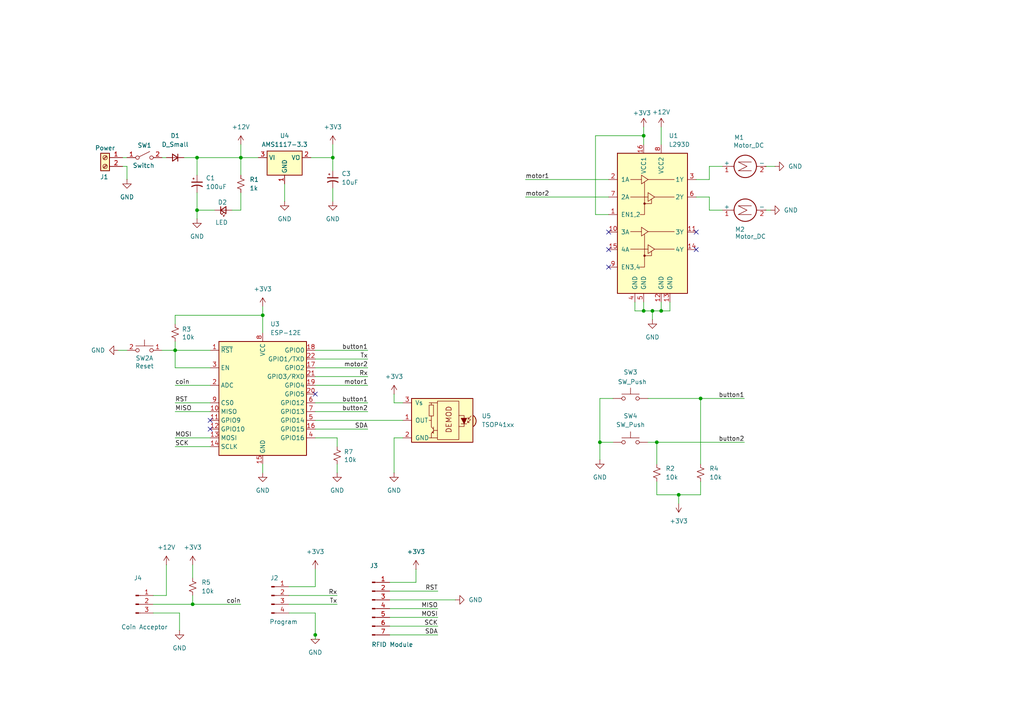
<source format=kicad_sch>
(kicad_sch (version 20231120) (generator "eeschema") (generator_version "8.0")
  (paper "A4")
  (title_block (title "SMART PAYMENT SYSTEM INTERGRATED WITH AN AUTOMATIC TEA/COFFEE MAKING MACHINE") (date "2024-04-15") (company "University of Dar es salaam (UDSM)"))
  (lib_symbols
    (symbol "Connector:Conn_01x03_Pin" (pin_names (offset 1.016) hide)
      (property "Reference" "J" (at 0 5.08 0))
      (property "Value" "Conn_01x03_Pin" (at 0 -5.08 0))
      (symbol "Conn_01x03_Pin_1_1"
        (polyline (pts (xy 1.27 -2.54) (xy 0.8636 -2.54)) (stroke (width 0.1524)))
        (polyline (pts (xy 1.27 0) (xy 0.8636 0)) (stroke (width 0.1524)))
        (polyline (pts (xy 1.27 2.54) (xy 0.8636 2.54)) (stroke (width 0.1524)))
        (rectangle (start 0.8636 -2.413) (end 0 -2.667) (stroke (width 0.1524)) (fill (type outline)))
        (rectangle (start 0.8636 0.127) (end 0 -0.127) (stroke (width 0.1524)) (fill (type outline)))
        (rectangle (start 0.8636 2.667) (end 0 2.413) (stroke (width 0.1524)) (fill (type outline)))
        (pin passive line (at 5.08 2.54 180) (length 3.81) (name "Pin_1") (number "1"))
        (pin passive line (at 5.08 0 180) (length 3.81) (name "Pin_2") (number "2"))
        (pin passive line (at 5.08 -2.54 180) (length 3.81) (name "Pin_3") (number "3"))
      )
    )
    (symbol "Connector:Conn_01x04_Pin" (pin_names (offset 1.016) hide)
      (property "Reference" "J" (at 0 5.08 0))
      (property "Value" "Conn_01x04_Pin" (at 0 -7.62 0))
      (symbol "Conn_01x04_Pin_1_1"
        (polyline (pts (xy 1.27 -5.08) (xy 0.8636 -5.08)) (stroke (width 0.1524)))
        (polyline (pts (xy 1.27 -2.54) (xy 0.8636 -2.54)) (stroke (width 0.1524)))
        (polyline (pts (xy 1.27 0) (xy 0.8636 0)) (stroke (width 0.1524)))
        (polyline (pts (xy 1.27 2.54) (xy 0.8636 2.54)) (stroke (width 0.1524)))
        (rectangle (start 0.8636 -4.953) (end 0 -5.207) (stroke (width 0.1524)) (fill (type outline)))
        (rectangle (start 0.8636 -2.413) (end 0 -2.667) (stroke (width 0.1524)) (fill (type outline)))
        (rectangle (start 0.8636 0.127) (end 0 -0.127) (stroke (width 0.1524)) (fill (type outline)))
        (rectangle (start 0.8636 2.667) (end 0 2.413) (stroke (width 0.1524)) (fill (type outline)))
        (pin passive line (at 5.08 2.54 180) (length 3.81) (name "Pin_1") (number "1"))
        (pin passive line (at 5.08 0 180) (length 3.81) (name "Pin_2") (number "2"))
        (pin passive line (at 5.08 -2.54 180) (length 3.81) (name "Pin_3") (number "3"))
        (pin passive line (at 5.08 -5.08 180) (length 3.81) (name "Pin_4") (number "4"))
      )
    )
    (symbol "Connector:Conn_01x07_Pin" (pin_names (offset 1.016) hide)
      (property "Reference" "J" (at 0 10.16 0))
      (property "Value" "Conn_01x07_Pin" (at 0 -10.16 0))
      (symbol "Conn_01x07_Pin_1_1"
        (polyline (pts (xy 1.27 -7.62) (xy 0.8636 -7.62)) (stroke (width 0.1524)))
        (polyline (pts (xy 1.27 -5.08) (xy 0.8636 -5.08)) (stroke (width 0.1524)))
        (polyline (pts (xy 1.27 -2.54) (xy 0.8636 -2.54)) (stroke (width 0.1524)))
        (polyline (pts (xy 1.27 0) (xy 0.8636 0)) (stroke (width 0.1524)))
        (polyline (pts (xy 1.27 2.54) (xy 0.8636 2.54)) (stroke (width 0.1524)))
        (polyline (pts (xy 1.27 5.08) (xy 0.8636 5.08)) (stroke (width 0.1524)))
        (polyline (pts (xy 1.27 7.62) (xy 0.8636 7.62)) (stroke (width 0.1524)))
        (rectangle (start 0.8636 -7.493) (end 0 -7.747) (stroke (width 0.1524)) (fill (type outline)))
        (rectangle (start 0.8636 -4.953) (end 0 -5.207) (stroke (width 0.1524)) (fill (type outline)))
        (rectangle (start 0.8636 -2.413) (end 0 -2.667) (stroke (width 0.1524)) (fill (type outline)))
        (rectangle (start 0.8636 0.127) (end 0 -0.127) (stroke (width 0.1524)) (fill (type outline)))
        (rectangle (start 0.8636 2.667) (end 0 2.413) (stroke (width 0.1524)) (fill (type outline)))
        (rectangle (start 0.8636 5.207) (end 0 4.953) (stroke (width 0.1524)) (fill (type outline)))
        (rectangle (start 0.8636 7.747) (end 0 7.493) (stroke (width 0.1524)) (fill (type outline)))
        (pin passive line (at 5.08 7.62 180) (length 3.81) (name "Pin_1") (number "1"))
        (pin passive line (at 5.08 5.08 180) (length 3.81) (name "Pin_2") (number "2"))
        (pin passive line (at 5.08 2.54 180) (length 3.81) (name "Pin_3") (number "3"))
        (pin passive line (at 5.08 0 180) (length 3.81) (name "Pin_4") (number "4"))
        (pin passive line (at 5.08 -2.54 180) (length 3.81) (name "Pin_5") (number "5"))
        (pin passive line (at 5.08 -5.08 180) (length 3.81) (name "Pin_6") (number "6"))
        (pin passive line (at 5.08 -7.62 180) (length 3.81) (name "Pin_7") (number "7"))
      )
    )
    (symbol "Connector:Screw_Terminal_01x02" (pin_names (offset 1.016) hide)
      (property "Reference" "J" (at 0 2.54 0))
      (property "Value" "Screw_Terminal_01x02" (at 0 -5.08 0))
      (symbol "Screw_Terminal_01x02_1_1"
        (rectangle (start -1.27 1.27) (end 1.27 -3.81) (stroke (width 0.254)) (fill (type background)))
        (circle (center 0 -2.54) (radius 0.635) (stroke (width 0.1524)))
        (polyline (pts (xy -0.5334 -2.2098) (xy 0.3302 -3.048)) (stroke (width 0.1524)))
        (polyline (pts (xy -0.5334 0.3302) (xy 0.3302 -0.508)) (stroke (width 0.1524)))
        (polyline (pts (xy -0.3556 -2.032) (xy 0.508 -2.8702)) (stroke (width 0.1524)))
        (polyline (pts (xy -0.3556 0.508) (xy 0.508 -0.3302)) (stroke (width 0.1524)))
        (circle (center 0 0) (radius 0.635) (stroke (width 0.1524)))
        (pin passive line (at -5.08 0 0) (length 3.81) (name "Pin_1") (number "1"))
        (pin passive line (at -5.08 -2.54 0) (length 3.81) (name "Pin_2") (number "2"))
      )
    )
    (symbol "Device:C_Polarized_Small_US" (pin_numbers hide) (pin_names (offset 0.254) hide)
      (property "Reference" "C" (at 0.254 1.778 0))
      (property "Value" "C_Polarized_Small_US" (at 0.254 -2.032 0))
      (symbol "C_Polarized_Small_US_0_1"
        (polyline (pts (xy -1.524 0.508) (xy 1.524 0.508)) (stroke (width 0.3048)))
        (polyline (pts (xy -1.27 1.524) (xy -0.762 1.524)))
        (polyline (pts (xy -1.016 1.27) (xy -1.016 1.778)))
        (arc (start 1.524 -0.762) (mid 0 -0.3734) (end -1.524 -0.762) (stroke (width 0.3048)))
      )
      (symbol "C_Polarized_Small_US_1_1"
        (pin passive line (at 0 2.54 270) (length 2.032) (name "~") (number "1"))
        (pin passive line (at 0 -2.54 90) (length 2.032) (name "~") (number "2"))
      )
    )
    (symbol "Device:D_Small" (pin_numbers hide) (pin_names (offset 0.254) hide)
      (property "Reference" "D" (at -1.27 2.032 0))
      (property "Value" "D_Small" (at -3.81 -2.032 0))
      (symbol "D_Small_0_1"
        (polyline (pts (xy -0.762 -1.016) (xy -0.762 1.016)) (stroke (width 0.254)))
        (polyline (pts (xy -0.762 0) (xy 0.762 0)))
        (polyline (pts (xy 0.762 -1.016) (xy -0.762 0) (xy 0.762 1.016) (xy 0.762 -1.016)) (stroke (width 0.254)))
      )
      (symbol "D_Small_1_1"
        (pin passive line (at -2.54 0 0) (length 1.778) (name "K") (number "1"))
        (pin passive line (at 2.54 0 180) (length 1.778) (name "A") (number "2"))
      )
    )
    (symbol "Device:LED_Small" (pin_numbers hide) (pin_names (offset 0.254) hide)
      (property "Reference" "D" (at -1.27 3.175 0))
      (property "Value" "LED_Small" (at -4.445 -2.54 0))
      (symbol "LED_Small_0_1"
        (polyline (pts (xy -0.762 -1.016) (xy -0.762 1.016)) (stroke (width 0.254)))
        (polyline (pts (xy 1.016 0) (xy -0.762 0)))
        (polyline (pts (xy 0.762 -1.016) (xy -0.762 0) (xy 0.762 1.016) (xy 0.762 -1.016)) (stroke (width 0.254)))
        (polyline (pts (xy 0 0.762) (xy -0.508 1.27) (xy -0.254 1.27) (xy -0.508 1.27) (xy -0.508 1.016)))
        (polyline (pts (xy 0.508 1.27) (xy 0 1.778) (xy 0.254 1.778) (xy 0 1.778) (xy 0 1.524)))
      )
      (symbol "LED_Small_1_1"
        (pin passive line (at -2.54 0 0) (length 1.778) (name "K") (number "1"))
        (pin passive line (at 2.54 0 180) (length 1.778) (name "A") (number "2"))
      )
    )
    (symbol "Device:R_Small_US" (pin_numbers hide) (pin_names (offset 0.254) hide)
      (property "Reference" "R" (at 0.762 0.508 0))
      (property "Value" "R_Small_US" (at 0.762 -1.016 0))
      (symbol "R_Small_US_1_1"
        (polyline (pts (xy 0 0) (xy 1.016 -0.381) (xy 0 -0.762) (xy -1.016 -1.143) (xy 0 -1.524)))
        (polyline (pts (xy 0 1.524) (xy 1.016 1.143) (xy 0 0.762) (xy -1.016 0.381) (xy 0 0)))
        (pin passive line (at 0 2.54 270) (length 1.016) (name "~") (number "1"))
        (pin passive line (at 0 -2.54 90) (length 1.016) (name "~") (number "2"))
      )
    )
    (symbol "Driver_Motor:L293D" (pin_names (offset 1.016))
      (property "Reference" "U" (at -5.08 26.035 0))
      (property "Value" "L293D" (at -5.08 24.13 0))
      (symbol "L293D_0_1"
        (rectangle (start -10.16 22.86) (end 10.16 -17.78) (stroke (width 0.254)) (fill (type background)))
        (circle (center -2.286 -6.858) (radius 0.254) (fill (type outline)))
        (circle (center -2.286 8.255) (radius 0.254) (fill (type outline)))
        (polyline (pts (xy -6.35 -4.953) (xy -1.27 -4.953)))
        (polyline (pts (xy -6.35 0.127) (xy -3.175 0.127)))
        (polyline (pts (xy -6.35 10.16) (xy -1.27 10.16)))
        (polyline (pts (xy -6.35 15.24) (xy -3.175 15.24)))
        (polyline (pts (xy -1.27 0.127) (xy 6.35 0.127)))
        (polyline (pts (xy -1.27 15.24) (xy 6.35 15.24)))
        (polyline (pts (xy 0.635 -4.953) (xy 6.35 -4.953)))
        (polyline (pts (xy 0.635 10.16) (xy 6.35 10.16)))
        (polyline (pts (xy -2.286 -6.858) (xy -0.254 -6.858) (xy -0.254 -5.588)))
        (polyline (pts (xy -2.286 -0.635) (xy -2.286 -10.16) (xy -3.556 -10.16)))
        (polyline (pts (xy -2.286 8.255) (xy -0.254 8.255) (xy -0.254 9.525)))
        (polyline (pts (xy -2.286 14.478) (xy -2.286 5.08) (xy -3.556 5.08)))
        (polyline (pts (xy -3.175 1.397) (xy -3.175 -1.143) (xy -1.27 0.127) (xy -3.175 1.397)))
        (polyline (pts (xy -3.175 16.51) (xy -3.175 13.97) (xy -1.27 15.24) (xy -3.175 16.51)))
        (polyline (pts (xy -1.27 -3.683) (xy -1.27 -6.223) (xy 0.635 -4.953) (xy -1.27 -3.683)))
        (polyline (pts (xy -1.27 11.43) (xy -1.27 8.89) (xy 0.635 10.16) (xy -1.27 11.43)))
      )
      (symbol "L293D_1_1"
        (pin input line (at -12.7 5.08 0) (length 2.54) (name "EN1,2") (number "1"))
        (pin input line (at -12.7 0 0) (length 2.54) (name "3A") (number "10"))
        (pin output line (at 12.7 0 180) (length 2.54) (name "3Y") (number "11"))
        (pin power_in line (at 2.54 -20.32 90) (length 2.54) (name "GND") (number "12"))
        (pin power_in line (at 5.08 -20.32 90) (length 2.54) (name "GND") (number "13"))
        (pin output line (at 12.7 -5.08 180) (length 2.54) (name "4Y") (number "14"))
        (pin input line (at -12.7 -5.08 0) (length 2.54) (name "4A") (number "15"))
        (pin power_in line (at -2.54 25.4 270) (length 2.54) (name "VCC1") (number "16"))
        (pin input line (at -12.7 15.24 0) (length 2.54) (name "1A") (number "2"))
        (pin output line (at 12.7 15.24 180) (length 2.54) (name "1Y") (number "3"))
        (pin power_in line (at -5.08 -20.32 90) (length 2.54) (name "GND") (number "4"))
        (pin power_in line (at -2.54 -20.32 90) (length 2.54) (name "GND") (number "5"))
        (pin output line (at 12.7 10.16 180) (length 2.54) (name "2Y") (number "6"))
        (pin input line (at -12.7 10.16 0) (length 2.54) (name "2A") (number "7"))
        (pin power_in line (at 2.54 25.4 270) (length 2.54) (name "VCC2") (number "8"))
        (pin input line (at -12.7 -10.16 0) (length 2.54) (name "EN3,4") (number "9"))
      )
    )
    (symbol "Interface_Optical:TSOP41xx" (pin_names (offset 1.016))
      (property "Reference" "U" (at -10.16 7.62 0))
      (property "Value" "TSOP41xx" (at -10.16 -7.62 0))
      (symbol "TSOP41xx_0_0"
        (arc (start -10.287 1.397) (mid -11.0899 -0.1852) (end -10.287 -1.778) (stroke (width 0.254)) (fill (type background)))
        (polyline (pts (xy 1.905 -5.08) (xy 0.127 -5.08)))
        (polyline (pts (xy 1.905 5.08) (xy 0.127 5.08)))
        (text "DEMOD" (at -3.175 0.254 900) (effects (font (size 1.524 1.524))))
      )
      (symbol "TSOP41xx_0_1"
        (rectangle (start -6.096 5.588) (end 0.127 -5.588))
        (polyline (pts (xy -8.763 0.381) (xy -9.652 1.27)))
        (polyline (pts (xy -8.763 0.381) (xy -9.271 0.381)))
        (polyline (pts (xy -8.763 0.381) (xy -8.763 0.889)))
        (polyline (pts (xy -8.636 -0.635) (xy -9.525 0.254)))
        (polyline (pts (xy -8.636 -0.635) (xy -9.144 -0.635)))
        (polyline (pts (xy -8.636 -0.635) (xy -8.636 -0.127)))
        (polyline (pts (xy -8.382 -1.016) (xy -6.731 -1.016)))
        (polyline (pts (xy 1.27 -2.921) (xy 0.127 -2.921)))
        (polyline (pts (xy 1.27 -1.905) (xy 1.27 -3.81)))
        (polyline (pts (xy 1.397 -3.556) (xy 1.524 -3.556)))
        (polyline (pts (xy 1.651 -3.556) (xy 1.524 -3.556)))
        (polyline (pts (xy 1.651 -3.556) (xy 1.651 -3.302)))
        (polyline (pts (xy 1.905 0) (xy 1.905 1.27)))
        (polyline (pts (xy 1.905 4.445) (xy 1.905 5.08) (xy 2.54 5.08)))
        (polyline (pts (xy -8.382 0.635) (xy -6.731 0.635) (xy -7.62 -1.016) (xy -8.382 0.635)) (fill (type outline)))
        (polyline (pts (xy -6.096 1.397) (xy -7.62 1.397) (xy -7.62 -1.778) (xy -6.096 -1.778)))
        (polyline (pts (xy 1.27 -3.175) (xy 1.905 -3.81) (xy 1.905 -5.08) (xy 2.54 -5.08)))
        (polyline (pts (xy 1.27 -2.54) (xy 1.905 -1.905) (xy 1.905 0) (xy 2.54 0)))
        (rectangle (start 2.54 1.27) (end 1.27 4.445))
        (rectangle (start 7.62 6.35) (end -10.16 -6.35) (stroke (width 0.254)) (fill (type background)))
      )
      (symbol "TSOP41xx_1_1"
        (pin output line (at 10.16 0 180) (length 2.54) (name "OUT") (number "1"))
        (pin power_in line (at 10.16 -5.08 180) (length 2.54) (name "GND") (number "2"))
        (pin power_in line (at 10.16 5.08 180) (length 2.54) (name "Vs") (number "3"))
      )
    )
    (symbol "Motor:Motor_DC" (pin_names (offset 0))
      (property "Reference" "M" (at 2.54 2.54 0))
      (property "Value" "Motor_DC" (at 2.54 -5.08 0))
      (symbol "Motor_DC_0_0"
        (polyline (pts (xy -1.27 -3.302) (xy -1.27 0.508) (xy 0 -2.032) (xy 1.27 0.508) (xy 1.27 -3.302)))
      )
      (symbol "Motor_DC_0_1"
        (circle (center 0 -1.524) (radius 3.2512) (stroke (width 0.254)))
        (polyline (pts (xy 0 -7.62) (xy 0 -7.112)))
        (polyline (pts (xy 0 -4.7752) (xy 0 -5.1816)))
        (polyline (pts (xy 0 1.7272) (xy 0 2.0828)))
        (polyline (pts (xy 0 2.032) (xy 0 2.54)))
      )
      (symbol "Motor_DC_1_1"
        (pin passive line (at 0 5.08 270) (length 2.54) (name "+") (number "1"))
        (pin passive line (at 0 -7.62 90) (length 2.54) (name "-") (number "2"))
      )
    )
    (symbol "RF_Module:ESP-12E"
      (property "Reference" "U" (at -12.7 19.05 0))
      (property "Value" "ESP-12E" (at 12.7 19.05 0))
      (symbol "ESP-12E_0_1"
        (rectangle (start -12.7 17.78) (end 12.7 -15.24) (stroke (width 0.254)) (fill (type background)))
      )
      (symbol "ESP-12E_1_1"
        (pin input line (at -15.24 15.24 0) (length 2.54) (name "~{RST}") (number "1"))
        (pin bidirectional line (at -15.24 -2.54 0) (length 2.54) (name "MISO") (number "10"))
        (pin bidirectional line (at -15.24 -5.08 0) (length 2.54) (name "GPIO9") (number "11"))
        (pin bidirectional line (at -15.24 -7.62 0) (length 2.54) (name "GPIO10") (number "12"))
        (pin bidirectional line (at -15.24 -10.16 0) (length 2.54) (name "MOSI") (number "13"))
        (pin bidirectional line (at -15.24 -12.7 0) (length 2.54) (name "SCLK") (number "14"))
        (pin power_in line (at 0 -17.78 90) (length 2.54) (name "GND") (number "15"))
        (pin bidirectional line (at 15.24 -7.62 180) (length 2.54) (name "GPIO15") (number "16"))
        (pin bidirectional line (at 15.24 10.16 180) (length 2.54) (name "GPIO2") (number "17"))
        (pin bidirectional line (at 15.24 15.24 180) (length 2.54) (name "GPIO0") (number "18"))
        (pin bidirectional line (at 15.24 5.08 180) (length 2.54) (name "GPIO4") (number "19"))
        (pin input line (at -15.24 5.08 0) (length 2.54) (name "ADC") (number "2"))
        (pin bidirectional line (at 15.24 2.54 180) (length 2.54) (name "GPIO5") (number "20"))
        (pin bidirectional line (at 15.24 7.62 180) (length 2.54) (name "GPIO3/RXD") (number "21"))
        (pin bidirectional line (at 15.24 12.7 180) (length 2.54) (name "GPIO1/TXD") (number "22"))
        (pin input line (at -15.24 10.16 0) (length 2.54) (name "EN") (number "3"))
        (pin bidirectional line (at 15.24 -10.16 180) (length 2.54) (name "GPIO16") (number "4"))
        (pin bidirectional line (at 15.24 -5.08 180) (length 2.54) (name "GPIO14") (number "5"))
        (pin bidirectional line (at 15.24 0 180) (length 2.54) (name "GPIO12") (number "6"))
        (pin bidirectional line (at 15.24 -2.54 180) (length 2.54) (name "GPIO13") (number "7"))
        (pin power_in line (at 0 20.32 270) (length 2.54) (name "VCC") (number "8"))
        (pin input line (at -15.24 0 0) (length 2.54) (name "CS0") (number "9"))
      )
    )
    (symbol "Regulator_Linear:AMS1117-3.3"
      (property "Reference" "U" (at -3.81 3.175 0))
      (property "Value" "AMS1117-3.3" (at 0 3.175 0))
      (symbol "AMS1117-3.3_0_1"
        (rectangle (start -5.08 -5.08) (end 5.08 1.905) (stroke (width 0.254)) (fill (type background)))
      )
      (symbol "AMS1117-3.3_1_1"
        (pin power_in line (at 0 -7.62 90) (length 2.54) (name "GND") (number "1"))
        (pin power_out line (at 7.62 0 180) (length 2.54) (name "VO") (number "2"))
        (pin power_in line (at -7.62 0 0) (length 2.54) (name "VI") (number "3"))
      )
    )
    (symbol "Switch:SW_Push" (pin_numbers hide) (pin_names (offset 1.016) hide)
      (property "Reference" "SW" (at 1.27 2.54 0))
      (property "Value" "SW_Push" (at 0 -1.524 0))
      (symbol "SW_Push_0_1"
        (circle (center -2.032 0) (radius 0.508))
        (polyline (pts (xy 0 1.27) (xy 0 3.048)))
        (polyline (pts (xy 2.54 1.27) (xy -2.54 1.27)))
        (circle (center 2.032 0) (radius 0.508))
        (pin passive line (at -5.08 0 0) (length 2.54) (name "1") (number "1"))
        (pin passive line (at 5.08 0 180) (length 2.54) (name "2") (number "2"))
      )
    )
    (symbol "Switch:SW_Push_Dual_x2" (pin_names (offset 1.016) hide)
      (property "Reference" "SW" (at 1.27 2.54 0))
      (property "Value" "SW_Push_Dual_x2" (at 0 -1.524 0))
      (symbol "SW_Push_Dual_x2_0_1"
        (circle (center -2.032 0) (radius 0.508))
        (polyline (pts (xy 0 1.27) (xy 0 3.048)))
        (polyline (pts (xy 2.54 1.27) (xy -2.54 1.27)))
        (circle (center 2.032 0) (radius 0.508))
      )
      (symbol "SW_Push_Dual_x2_1_1"
        (pin passive line (at -5.08 0 0) (length 2.54) (name "C") (number "1"))
        (pin passive line (at 5.08 0 180) (length 2.54) (name "D") (number "2"))
      )
      (symbol "SW_Push_Dual_x2_2_1"
        (pin passive line (at -5.08 0 0) (length 2.54) (name "C") (number "3"))
        (pin passive line (at 5.08 0 180) (length 2.54) (name "D") (number "4"))
      )
    )
    (symbol "Switch:SW_SPST" (pin_names (offset 0) hide)
      (property "Reference" "SW" (at 0 3.175 0))
      (property "Value" "SW_SPST" (at 0 -2.54 0))
      (symbol "SW_SPST_0_0"
        (circle (center -2.032 0) (radius 0.508))
        (polyline (pts (xy -1.524 0.254) (xy 1.524 1.778)))
        (circle (center 2.032 0) (radius 0.508))
      )
      (symbol "SW_SPST_1_1"
        (pin passive line (at -5.08 0 0) (length 2.54) (name "A") (number "1"))
        (pin passive line (at 5.08 0 180) (length 2.54) (name "B") (number "2"))
      )
    )
    (symbol "power:+12V" (power) (pin_numbers hide) (pin_names (offset 0) hide)
      (property "Value" "+12V" (at 0 3.556 0))
      (symbol "+12V_0_1"
        (polyline (pts (xy -0.762 1.27) (xy 0 2.54)))
        (polyline (pts (xy 0 0) (xy 0 2.54)))
        (polyline (pts (xy 0 2.54) (xy 0.762 1.27)))
      )
      (symbol "+12V_1_1"
        (pin power_in line (at 0 0 90) (length 0) (name "~") (number "1"))
      )
    )
    (symbol "power:+3V3" (power) (pin_numbers hide) (pin_names (offset 0) hide)
      (property "Value" "+3V3" (at 0 3.556 0))
      (symbol "+3V3_0_1"
        (polyline (pts (xy -0.762 1.27) (xy 0 2.54)))
        (polyline (pts (xy 0 0) (xy 0 2.54)))
        (polyline (pts (xy 0 2.54) (xy 0.762 1.27)))
      )
      (symbol "+3V3_1_1"
        (pin power_in line (at 0 0 90) (length 0) (name "~") (number "1"))
      )
    )
    (symbol "power:GND" (power) (pin_numbers hide) (pin_names (offset 0) hide)
      (property "Value" "GND" (at 0 -3.81 0))
      (symbol "GND_0_1"
        (polyline (pts (xy 0 0) (xy 0 -1.27) (xy 1.27 -1.27) (xy 0 -2.54) (xy -1.27 -1.27) (xy 0 -1.27)))
      )
      (symbol "GND_1_1"
        (pin power_in line (at 0 0 270) (length 0) (name "~") (number "1"))
      )
    )
  )
  (junction (at 191.77 90.17))
  (junction (at 57.15 45.72))
  (junction (at 189.23 90.17))
  (junction (at 196.85 143.51))
  (junction (at 91.44 184.15))
  (junction (at 186.69 90.17))
  (junction (at 96.52 45.72))
  (junction (at 203.2 115.57))
  (junction (at 76.2 91.44))
  (junction (at 50.8 101.6))
  (junction (at 69.85 45.72))
  (junction (at 190.5 128.27))
  (junction (at 186.69 39.37))
  (junction (at 55.88 175.26))
  (junction (at 57.15 60.96))
  (junction (at 173.99 128.27))
  (no_connect (at 60.96 121.92))
  (no_connect (at 201.93 67.31))
  (no_connect (at 60.96 124.46))
  (no_connect (at 91.44 114.3))
  (no_connect (at 201.93 72.39))
  (no_connect (at 176.53 77.47))
  (no_connect (at 176.53 67.31))
  (no_connect (at 176.53 72.39))
  (wire (pts (xy 69.85 41.91) (xy 69.85 45.72)))
  (wire (pts (xy 172.72 62.23) (xy 172.72 39.37)))
  (wire (pts (xy 91.44 111.76) (xy 106.68 111.76)))
  (wire (pts (xy 97.79 134.62) (xy 97.79 137.16)))
  (wire (pts (xy 186.69 39.37) (xy 186.69 41.91)))
  (wire (pts (xy 152.4 57.15) (xy 176.53 57.15)))
  (wire (pts (xy 76.2 134.62) (xy 76.2 137.16)))
  (wire (pts (xy 91.44 185.42) (xy 91.44 184.15)))
  (wire (pts (xy 91.44 101.6) (xy 106.68 101.6)))
  (wire (pts (xy 113.03 168.91) (xy 120.65 168.91)))
  (wire (pts (xy 91.44 104.14) (xy 106.68 104.14)))
  (wire (pts (xy 201.93 52.07) (xy 205.74 52.07)))
  (wire (pts (xy 205.74 48.26) (xy 209.55 48.26)))
  (wire (pts (xy 205.74 52.07) (xy 205.74 48.26)))
  (wire (pts (xy 184.15 90.17) (xy 184.15 87.63)))
  (wire (pts (xy 91.44 106.68) (xy 106.68 106.68)))
  (wire (pts (xy 91.44 165.1) (xy 91.44 170.18)))
  (wire (pts (xy 57.15 45.72) (xy 57.15 50.8)))
  (wire (pts (xy 44.45 177.8) (xy 52.07 177.8)))
  (wire (pts (xy 36.83 48.26) (xy 36.83 52.07)))
  (wire (pts (xy 50.8 93.98) (xy 50.8 91.44)))
  (wire (pts (xy 186.69 90.17) (xy 186.69 87.63)))
  (wire (pts (xy 203.2 115.57) (xy 203.2 134.62)))
  (wire (pts (xy 50.8 99.06) (xy 50.8 101.6)))
  (wire (pts (xy 96.52 54.61) (xy 96.52 58.42)))
  (wire (pts (xy 91.44 119.38) (xy 106.68 119.38)))
  (wire (pts (xy 203.2 143.51) (xy 203.2 139.7)))
  (wire (pts (xy 186.69 90.17) (xy 189.23 90.17)))
  (wire (pts (xy 189.23 90.17) (xy 191.77 90.17)))
  (wire (pts (xy 203.2 115.57) (xy 215.9 115.57)))
  (wire (pts (xy 114.3 127) (xy 114.3 137.16)))
  (wire (pts (xy 50.8 106.68) (xy 50.8 101.6)))
  (wire (pts (xy 152.4 52.07) (xy 176.53 52.07)))
  (wire (pts (xy 187.96 115.57) (xy 203.2 115.57)))
  (wire (pts (xy 57.15 55.88) (xy 57.15 60.96)))
  (wire (pts (xy 36.83 101.6) (xy 34.29 101.6)))
  (wire (pts (xy 205.74 57.15) (xy 201.93 57.15)))
  (wire (pts (xy 55.88 172.72) (xy 55.88 175.26)))
  (wire (pts (xy 113.03 179.07) (xy 127 179.07)))
  (wire (pts (xy 50.8 119.38) (xy 60.96 119.38)))
  (wire (pts (xy 50.8 116.84) (xy 60.96 116.84)))
  (wire (pts (xy 189.23 90.17) (xy 189.23 92.71)))
  (wire (pts (xy 96.52 41.91) (xy 96.52 45.72)))
  (wire (pts (xy 96.52 45.72) (xy 96.52 49.53)))
  (wire (pts (xy 48.26 163.83) (xy 48.26 172.72)))
  (wire (pts (xy 113.03 184.15) (xy 127 184.15)))
  (wire (pts (xy 76.2 91.44) (xy 76.2 96.52)))
  (wire (pts (xy 36.83 48.26) (xy 35.56 48.26)))
  (wire (pts (xy 69.85 45.72) (xy 69.85 50.8)))
  (wire (pts (xy 44.45 172.72) (xy 48.26 172.72)))
  (wire (pts (xy 177.8 115.57) (xy 173.99 115.57)))
  (wire (pts (xy 205.74 60.96) (xy 205.74 57.15)))
  (wire (pts (xy 50.8 129.54) (xy 60.96 129.54)))
  (wire (pts (xy 184.15 90.17) (xy 186.69 90.17)))
  (wire (pts (xy 172.72 39.37) (xy 186.69 39.37)))
  (wire (pts (xy 224.79 48.26) (xy 222.25 48.26)))
  (wire (pts (xy 57.15 60.96) (xy 57.15 63.5)))
  (wire (pts (xy 83.82 175.26) (xy 97.79 175.26)))
  (wire (pts (xy 90.17 45.72) (xy 96.52 45.72)))
  (wire (pts (xy 50.8 127) (xy 60.96 127)))
  (wire (pts (xy 191.77 90.17) (xy 191.77 87.63)))
  (wire (pts (xy 91.44 127) (xy 97.79 127)))
  (wire (pts (xy 82.55 53.34) (xy 82.55 58.42)))
  (wire (pts (xy 113.03 176.53) (xy 127 176.53)))
  (wire (pts (xy 83.82 170.18) (xy 91.44 170.18)))
  (wire (pts (xy 116.84 116.84) (xy 114.3 116.84)))
  (wire (pts (xy 194.31 90.17) (xy 194.31 87.63)))
  (wire (pts (xy 205.74 60.96) (xy 209.55 60.96)))
  (wire (pts (xy 190.5 143.51) (xy 196.85 143.51)))
  (wire (pts (xy 196.85 143.51) (xy 196.85 146.05)))
  (wire (pts (xy 50.8 111.76) (xy 60.96 111.76)))
  (wire (pts (xy 91.44 177.8) (xy 91.44 184.15)))
  (wire (pts (xy 52.07 177.8) (xy 52.07 182.88)))
  (wire (pts (xy 187.96 128.27) (xy 190.5 128.27)))
  (wire (pts (xy 46.99 101.6) (xy 50.8 101.6)))
  (wire (pts (xy 83.82 177.8) (xy 91.44 177.8)))
  (wire (pts (xy 191.77 90.17) (xy 194.31 90.17)))
  (wire (pts (xy 46.99 45.72) (xy 48.26 45.72)))
  (wire (pts (xy 186.69 36.83) (xy 186.69 39.37)))
  (wire (pts (xy 190.5 128.27) (xy 215.9 128.27)))
  (wire (pts (xy 113.03 181.61) (xy 127 181.61)))
  (wire (pts (xy 50.8 91.44) (xy 76.2 91.44)))
  (wire (pts (xy 113.03 171.45) (xy 127 171.45)))
  (wire (pts (xy 55.88 175.26) (xy 69.85 175.26)))
  (wire (pts (xy 76.2 88.9) (xy 76.2 91.44)))
  (wire (pts (xy 97.79 127) (xy 97.79 129.54)))
  (wire (pts (xy 91.44 109.22) (xy 106.68 109.22)))
  (wire (pts (xy 50.8 106.68) (xy 60.96 106.68)))
  (wire (pts (xy 83.82 172.72) (xy 97.79 172.72)))
  (wire (pts (xy 223.52 60.96) (xy 222.25 60.96)))
  (wire (pts (xy 196.85 143.51) (xy 203.2 143.51)))
  (wire (pts (xy 91.44 116.84) (xy 106.68 116.84)))
  (wire (pts (xy 113.03 173.99) (xy 132.08 173.99)))
  (wire (pts (xy 35.56 45.72) (xy 36.83 45.72)))
  (wire (pts (xy 57.15 45.72) (xy 69.85 45.72)))
  (wire (pts (xy 116.84 127) (xy 114.3 127)))
  (wire (pts (xy 190.5 128.27) (xy 190.5 134.62)))
  (wire (pts (xy 91.44 124.46) (xy 106.68 124.46)))
  (wire (pts (xy 173.99 128.27) (xy 173.99 133.35)))
  (wire (pts (xy 120.65 165.1) (xy 120.65 168.91)))
  (wire (pts (xy 69.85 45.72) (xy 74.93 45.72)))
  (wire (pts (xy 114.3 116.84) (xy 114.3 114.3)))
  (wire (pts (xy 190.5 139.7) (xy 190.5 143.51)))
  (wire (pts (xy 53.34 45.72) (xy 57.15 45.72)))
  (wire (pts (xy 62.23 60.96) (xy 57.15 60.96)))
  (wire (pts (xy 50.8 101.6) (xy 60.96 101.6)))
  (wire (pts (xy 55.88 163.83) (xy 55.88 167.64)))
  (wire (pts (xy 67.31 60.96) (xy 69.85 60.96)))
  (wire (pts (xy 191.77 36.83) (xy 191.77 41.91)))
  (wire (pts (xy 173.99 115.57) (xy 173.99 128.27)))
  (wire (pts (xy 91.44 121.92) (xy 116.84 121.92)))
  (wire (pts (xy 69.85 60.96) (xy 69.85 55.88)))
  (wire (pts (xy 172.72 62.23) (xy 176.53 62.23)))
  (wire (pts (xy 173.99 128.27) (xy 177.8 128.27)))
  (wire (pts (xy 44.45 175.26) (xy 55.88 175.26)))
  (label "MISO" (at 50.8 119.38 0))
  (label "Tx" (at 97.79 175.26 180))
  (label "MOSI" (at 50.8 127 0))
  (label "SCK" (at 127 181.61 180))
  (label "MOSI" (at 127 179.07 180))
  (label "Rx" (at 106.68 109.22 180))
  (label "coin" (at 50.8 111.76 0))
  (label "RST" (at 127 171.45 180))
  (label "motor2" (at 152.4 57.15 0))
  (label "SDA" (at 106.68 124.46 180))
  (label "RST" (at 50.8 116.84 0))
  (label "Tx" (at 106.68 104.14 180))
  (label "button1" (at 215.9 115.57 180))
  (label "button2" (at 106.68 119.38 180))
  (label "button1" (at 106.68 101.6 180))
  (label "MISO" (at 127 176.53 180))
  (label "coin" (at 69.85 175.26 180))
  (label "motor1" (at 106.68 111.76 180))
  (label "SDA" (at 127 184.15 180))
  (label "motor2" (at 106.68 106.68 180))
  (label "Rx" (at 97.79 172.72 180))
  (label "button1" (at 106.68 116.84 180))
  (label "button2" (at 215.9 128.27 180))
  (label "motor1" (at 152.4 52.07 0))
  (label "SCK" (at 50.8 129.54 0))
  (symbol (lib_id "power:+3V3") (at 55.88 163.83 0) (unit 1)
    (property "Reference" "#PWR06" (effects (hide yes)))
    (property "Value" "+3V3" (at 55.88 158.75 0))
    (property "Description" "Power symbol creates a global label with name \"+3V3\"" (effects (hide yes)))
  )
  (symbol (lib_id "Connector:Conn_01x07_Pin") (at 107.95 176.53 0) (unit 1)
    (property "Reference" "J3" (at 108.458 164.084 0))
    (property "Value" "RFID Module" (at 113.792 186.944 0))
    (property "Footprint" "Connector_PinHeader_2.54mm:PinHeader_1x07_P2.54mm_Vertical" (effects (hide yes)))
    (property "Description" "Generic connector, single row, 01x07, script generated" (effects (hide yes)))
  )
  (symbol (lib_id "power:+12V") (at 48.26 163.83 0) (unit 1)
    (property "Reference" "#PWR05" (effects (hide yes)))
    (property "Value" "+12V" (at 48.26 158.75 0))
    (property "Description" "Power symbol creates a global label with name \"+12V\"" (effects (hide yes)))
  )
  (symbol (lib_id "power:+3V3") (at 186.69 36.83 0) (unit 1)
    (property "Reference" "#PWR04" (effects (hide yes)))
    (property "Value" "+3V3" (at 186.182 32.766 0))
    (property "Description" "Power symbol creates a global label with name \"+3V3\"" (effects (hide yes)))
  )
  (symbol (lib_id "power:+3V3") (at 196.85 146.05 180) (unit 1)
    (property "Reference" "#PWR012" (effects (hide yes)))
    (property "Value" "+3V3" (at 196.85 151.13 0))
    (property "Description" "Power symbol creates a global label with name \"+3V3\"" (effects (hide yes)))
  )
  (symbol (lib_id "power:GND") (at 173.99 133.35 0) (unit 1)
    (property "Reference" "#PWR07" (effects (hide yes)))
    (property "Value" "GND" (at 173.99 138.43 0))
    (property "Description" "Power symbol creates a global label with name \"GND\" , ground" (effects (hide yes)))
  )
  (symbol (lib_id "power:GND") (at 223.52 60.96 90) (unit 1)
    (property "Reference" "#PWR09" (effects (hide yes)))
    (property "Value" "GND" (at 227.33 60.9599 90) (effects (justify right)))
    (property "Description" "Power symbol creates a global label with name \"GND\" , ground" (effects (hide yes)))
  )
  (symbol (lib_id "Device:D_Small") (at 50.8 45.72 180) (unit 1)
    (property "Reference" "D1" (at 50.8 39.37 0))
    (property "Value" "D_Small" (at 50.8 41.91 0))
    (property "Footprint" "Diode_THT:D_A-405_P10.16mm_Horizontal" (effects (hide yes)))
    (property "Description" "Diode, small symbol" (effects (hide yes)))
    (property "Sim.Device" "D" (effects (hide yes)))
    (property "Sim.Pins" "1=K 2=A" (effects (hide yes)))
  )
  (symbol (lib_id "power:GND") (at 36.83 52.07 0) (unit 1)
    (property "Reference" "#PWR01" (effects (hide yes)))
    (property "Value" "GND" (at 36.83 57.15 0))
    (property "Description" "Power symbol creates a global label with name \"GND\" , ground" (effects (hide yes)))
  )
  (symbol (lib_id "Motor:Motor_DC") (at 214.63 60.96 90) (unit 1)
    (property "Reference" "M2" (at 214.63 66.548 90))
    (property "Value" "Motor_DC" (at 217.678 68.58 90))
    (property "Footprint" "TerminalBlock:TerminalBlock_bornier-2_P5.08mm" (effects (hide yes)))
    (property "Description" "DC Motor" (effects (hide yes)))
  )
  (symbol (lib_id "Device:R_Small_US") (at 69.85 53.34 0) (unit 1)
    (property "Reference" "R1" (at 72.39 52.0699 0) (effects (justify left)))
    (property "Value" "1k" (at 72.39 54.6099 0) (effects (justify left)))
    (property "Footprint" "Resistor_THT:R_Axial_DIN0207_L6.3mm_D2.5mm_P10.16mm_Horizontal" (effects (hide yes)))
    (property "Description" "Resistor, small US symbol" (effects (hide yes)))
  )
  (symbol (lib_id "power:+3V3") (at 91.44 165.1 0) (unit 1)
    (property "Reference" "#PWR020" (effects (hide yes)))
    (property "Value" "+3V3" (at 91.44 160.02 0))
    (property "Description" "Power symbol creates a global label with name \"+3V3\"" (effects (hide yes)))
  )
  (symbol (lib_id "power:GND") (at 132.08 173.99 90) (unit 1)
    (property "Reference" "#PWR027" (effects (hide yes)))
    (property "Value" "GND" (at 135.89 173.9899 90) (effects (justify right)))
    (property "Description" "Power symbol creates a global label with name \"GND\" , ground" (effects (hide yes)))
  )
  (symbol (lib_id "Switch:SW_Push") (at 182.88 115.57 0) (unit 1)
    (property "Reference" "SW3" (at 182.88 107.95 0))
    (property "Value" "SW_Push" (at 183.388 110.744 0))
    (property "Footprint" "TestPoint:TestPoint_2Pads_Pitch2.54mm_Drill0.8mm" (effects (hide yes)))
    (property "Description" "Push button switch, generic, two pins" (effects (hide yes)))
  )
  (symbol (lib_id "power:+3V3") (at 114.3 114.3 0) (unit 1)
    (property "Reference" "#PWR025" (effects (hide yes)))
    (property "Value" "+3V3" (at 114.3 109.22 0))
    (property "Description" "Power symbol creates a global label with name \"+3V3\"" (effects (hide yes)))
  )
  (symbol (lib_id "Interface_Optical:TSOP41xx") (at 127 121.92 0) (mirror y) (unit 1)
    (property "Reference" "U5" (at 139.7 120.6499 0) (effects (justify right)))
    (property "Value" "TSOP41xx" (at 139.7 123.1899 0) (effects (justify right)))
    (property "Footprint" "OptoDevice:Vishay_MOLD-3Pin" (effects (hide yes)))
    (property "Datasheet" "http://www.vishay.com/docs/82460/tsop45.pdf" (effects (hide yes)))
    (property "Description" "IR Receiver Modules for Remote Control Systems" (effects (hide yes)))
  )
  (symbol (lib_id "power:GND") (at 91.44 184.15 0) (unit 1)
    (property "Reference" "#PWR021" (effects (hide yes)))
    (property "Value" "GND" (at 91.44 189.23 0))
    (property "Description" "Power symbol creates a global label with name \"GND\" , ground" (effects (hide yes)))
  )
  (symbol (lib_id "Device:C_Polarized_Small_US") (at 96.52 52.07 0) (unit 1)
    (property "Reference" "C3" (at 99.06 50.3681 0) (effects (justify left)))
    (property "Value" "10uF" (at 99.06 52.9081 0) (effects (justify left)))
    (property "Footprint" "Capacitor_THT:CP_Radial_D5.0mm_P2.50mm" (effects (hide yes)))
    (property "Description" "Polarized capacitor, small US symbol" (effects (hide yes)))
  )
  (symbol (lib_id "power:+12V") (at 191.77 36.83 0) (unit 1)
    (property "Reference" "#PWR023" (effects (hide yes)))
    (property "Value" "+12V" (at 191.77 32.512 0))
    (property "Description" "Power symbol creates a global label with name \"+12V\"" (effects (hide yes)))
  )
  (symbol (lib_id "power:GND") (at 96.52 58.42 0) (unit 1)
    (property "Reference" "#PWR015" (effects (hide yes)))
    (property "Value" "GND" (at 96.52 63.5 0))
    (property "Description" "Power symbol creates a global label with name \"GND\" , ground" (effects (hide yes)))
  )
  (symbol (lib_id "Device:R_Small_US") (at 50.8 96.52 180) (unit 1)
    (property "Reference" "R3" (at 54.102 95.504 0))
    (property "Value" "10k" (at 54.61 97.79 0))
    (property "Footprint" "Resistor_THT:R_Axial_DIN0207_L6.3mm_D2.5mm_P10.16mm_Horizontal" (effects (hide yes)))
    (property "Description" "Resistor, small US symbol" (effects (hide yes)))
  )
  (symbol (lib_id "Device:R_Small_US") (at 97.79 132.08 180) (unit 1)
    (property "Reference" "R7" (at 101.092 131.064 0))
    (property "Value" "10k" (at 101.6 133.35 0))
    (property "Footprint" "Resistor_THT:R_Axial_DIN0207_L6.3mm_D2.5mm_P10.16mm_Horizontal" (effects (hide yes)))
    (property "Description" "Resistor, small US symbol" (effects (hide yes)))
  )
  (symbol (lib_id "Driver_Motor:L293D") (at 189.23 67.31 0) (unit 1)
    (property "Reference" "U1" (at 193.9641 39.37 0) (effects (justify left)))
    (property "Value" "L293D" (at 193.9641 41.91 0) (effects (justify left)))
    (property "Footprint" "Package_DIP:DIP-16_W7.62mm" (effects (hide yes)))
    (property "Datasheet" "http://www.ti.com/lit/ds/symlink/l293.pdf" (effects (hide yes)))
    (property "Description" "Quadruple Half-H Drivers" (effects (hide yes)))
  )
  (symbol (lib_id "Device:C_Polarized_Small_US") (at 57.15 53.34 0) (unit 1)
    (property "Reference" "C1" (at 59.69 51.6381 0) (effects (justify left)))
    (property "Value" "100uF" (at 59.69 54.1781 0) (effects (justify left)))
    (property "Footprint" "Capacitor_THT:CP_Radial_D5.0mm_P2.50mm" (effects (hide yes)))
    (property "Description" "Polarized capacitor, small US symbol" (effects (hide yes)))
  )
  (symbol (lib_id "Switch:SW_SPST") (at 41.91 45.72 0) (unit 1)
    (property "Reference" "SW1" (at 41.91 42.164 0))
    (property "Value" "Switch" (at 41.656 48.006 0))
    (property "Footprint" "TestPoint:TestPoint_2Pads_Pitch2.54mm_Drill0.8mm" (effects (hide yes)))
    (property "Description" "Single Pole Single Throw (SPST) switch" (effects (hide yes)))
  )
  (symbol (lib_id "Connector:Screw_Terminal_01x02") (at 30.48 45.72 0) (mirror y) (unit 1)
    (property "Reference" "J1" (at 30.226 51.308 0))
    (property "Value" "Power" (at 30.48 42.926 0))
    (property "Footprint" "TerminalBlock:TerminalBlock_bornier-2_P5.08mm" (effects (hide yes)))
    (property "Description" "Generic screw terminal, single row, 01x02, script generated (kicad-library-utils/schlib/autogen/connector/)" (effects (hide yes)))
  )
  (symbol (lib_id "power:GND") (at 52.07 182.88 0) (unit 1)
    (property "Reference" "#PWR028" (effects (hide yes)))
    (property "Value" "GND" (at 52.07 187.96 0))
    (property "Description" "Power symbol creates a global label with name \"GND\" , ground" (effects (hide yes)))
  )
  (symbol (lib_id "Device:LED_Small") (at 64.77 60.96 0) (mirror x) (unit 1)
    (property "Reference" "D2" (at 64.516 58.674 0))
    (property "Value" "LED" (at 64.262 64.516 0))
    (property "Footprint" "LED_THT:LED_D3.0mm" (effects (hide yes)))
    (property "Description" "Light emitting diode, small symbol" (effects (hide yes)))
  )
  (symbol (lib_id "Switch:SW_Push_Dual_x2") (at 41.91 101.6 0) (mirror y) (unit 1)
    (property "Reference" "SW2" (at 41.91 103.886 0))
    (property "Value" "Reset" (at 41.91 106.172 0))
    (property "Footprint" "Button_Switch_THT:SW_PUSH_6mm" (effects (hide yes)))
    (property "Description" "Push button switch, generic, separate symbols, four pins" (effects (hide yes)))
  )
  (symbol (lib_id "Regulator_Linear:AMS1117-3.3") (at 82.55 45.72 0) (unit 1)
    (property "Reference" "U4" (at 82.55 39.37 0))
    (property "Value" "AMS1117-3.3" (at 82.55 41.91 0))
    (property "Footprint" "Package_TO_SOT_SMD:SOT-223-3_TabPin2" (effects (hide yes)))
    (property "Datasheet" "http://www.advanced-monolithic.com/pdf/ds1117.pdf" (effects (hide yes)))
    (property "Description" "1A Low Dropout regulator, positive, 3.3V fixed output, SOT-223" (effects (hide yes)))
  )
  (symbol (lib_id "Motor:Motor_DC") (at 214.63 48.26 90) (unit 1)
    (property "Reference" "M1" (at 214.376 39.878 90))
    (property "Value" "Motor_DC" (at 217.17 42.164 90))
    (property "Footprint" "TerminalBlock:TerminalBlock_bornier-2_P5.08mm" (effects (hide yes)))
    (property "Description" "DC Motor" (effects (hide yes)))
  )
  (symbol (lib_id "Connector:Conn_01x04_Pin") (at 78.74 172.72 0) (unit 1)
    (property "Reference" "J2" (at 80.772 167.64 0) (effects (justify right)))
    (property "Value" "Program" (at 86.36 180.34 0) (effects (justify right)))
    (property "Footprint" "Connector_PinHeader_2.54mm:PinHeader_1x04_P2.54mm_Vertical" (effects (hide yes)))
    (property "Description" "Generic connector, single row, 01x04, script generated" (effects (hide yes)))
  )
  (symbol (lib_id "power:GND") (at 82.55 58.42 0) (unit 1)
    (property "Reference" "#PWR014" (effects (hide yes)))
    (property "Value" "GND" (at 82.55 63.5 0))
    (property "Description" "Power symbol creates a global label with name \"GND\" , ground" (effects (hide yes)))
  )
  (symbol (lib_id "power:GND") (at 114.3 137.16 0) (unit 1)
    (property "Reference" "#PWR024" (effects (hide yes)))
    (property "Value" "GND" (at 114.3 142.24 0))
    (property "Description" "Power symbol creates a global label with name \"GND\" , ground" (effects (hide yes)))
  )
  (symbol (lib_id "power:GND") (at 34.29 101.6 270) (mirror x) (unit 1)
    (property "Reference" "#PWR019" (effects (hide yes)))
    (property "Value" "GND" (at 30.48 101.5999 90) (effects (justify right)))
    (property "Description" "Power symbol creates a global label with name \"GND\" , ground" (effects (hide yes)))
  )
  (symbol (lib_id "Device:R_Small_US") (at 190.5 137.16 180) (unit 1)
    (property "Reference" "R2" (at 193.04 135.8899 0) (effects (justify right)))
    (property "Value" "10k" (at 193.04 138.4299 0) (effects (justify right)))
    (property "Footprint" "Resistor_THT:R_Axial_DIN0207_L6.3mm_D2.5mm_P10.16mm_Horizontal" (effects (hide yes)))
    (property "Description" "Resistor, small US symbol" (effects (hide yes)))
  )
  (symbol (lib_id "Switch:SW_Push") (at 182.88 128.27 0) (unit 1)
    (property "Reference" "SW4" (at 182.88 120.65 0))
    (property "Value" "SW_Push" (at 182.88 123.19 0))
    (property "Footprint" "TestPoint:TestPoint_2Pads_Pitch2.54mm_Drill0.8mm" (effects (hide yes)))
    (property "Description" "Push button switch, generic, two pins" (effects (hide yes)))
  )
  (symbol (lib_id "Connector:Conn_01x03_Pin") (at 39.37 175.26 0) (unit 1)
    (property "Reference" "J4" (at 40.005 167.64 0))
    (property "Value" "Coin Acceptor" (at 41.91 181.864 0))
    (property "Footprint" "Connector_PinHeader_2.54mm:PinHeader_1x03_P2.54mm_Vertical" (effects (hide yes)))
    (property "Description" "Generic connector, single row, 01x03, script generated" (effects (hide yes)))
  )
  (symbol (lib_id "power:GND") (at 189.23 92.71 0) (unit 1)
    (property "Reference" "#PWR013" (effects (hide yes)))
    (property "Value" "GND" (at 189.23 97.79 0))
    (property "Description" "Power symbol creates a global label with name \"GND\" , ground" (effects (hide yes)))
  )
  (symbol (lib_id "power:GND") (at 97.79 137.16 0) (unit 1)
    (property "Reference" "#PWR011" (effects (hide yes)))
    (property "Value" "GND" (at 97.79 142.24 0))
    (property "Description" "Power symbol creates a global label with name \"GND\" , ground" (effects (hide yes)))
  )
  (symbol (lib_id "power:+3V3") (at 120.65 165.1 0) (unit 1)
    (property "Reference" "#PWR026" (effects (hide yes)))
    (property "Value" "+3V3" (at 120.65 160.02 0))
    (property "Description" "Power symbol creates a global label with name \"+3V3\"" (effects (hide yes)))
  )
  (symbol (lib_id "Device:R_Small_US") (at 55.88 170.18 180) (unit 1)
    (property "Reference" "R5" (at 58.42 168.9099 0) (effects (justify right)))
    (property "Value" "10k" (at 58.42 171.4499 0) (effects (justify right)))
    (property "Footprint" "Resistor_THT:R_Axial_DIN0207_L6.3mm_D2.5mm_P10.16mm_Horizontal" (effects (hide yes)))
    (property "Description" "Resistor, small US symbol" (effects (hide yes)))
  )
  (symbol (lib_id "power:+12V") (at 69.85 41.91 0) (unit 1)
    (property "Reference" "#PWR03" (effects (hide yes)))
    (property "Value" "+12V" (at 69.85 36.83 0))
    (property "Description" "Power symbol creates a global label with name \"+12V\"" (effects (hide yes)))
  )
  (symbol (lib_id "power:+3V3") (at 76.2 88.9 0) (unit 1)
    (property "Reference" "#PWR017" (effects (hide yes)))
    (property "Value" "+3V3" (at 76.2 83.82 0))
    (property "Description" "Power symbol creates a global label with name \"+3V3\"" (effects (hide yes)))
  )
  (symbol (lib_id "power:GND") (at 224.79 48.26 90) (unit 1)
    (property "Reference" "#PWR08" (effects (hide yes)))
    (property "Value" "GND" (at 228.6 48.2599 90) (effects (justify right)))
    (property "Description" "Power symbol creates a global label with name \"GND\" , ground" (effects (hide yes)))
  )
  (symbol (lib_id "Device:R_Small_US") (at 203.2 137.16 180) (unit 1)
    (property "Reference" "R4" (at 205.74 135.8899 0) (effects (justify right)))
    (property "Value" "10k" (at 205.74 138.4299 0) (effects (justify right)))
    (property "Footprint" "Resistor_THT:R_Axial_DIN0207_L6.3mm_D2.5mm_P10.16mm_Horizontal" (effects (hide yes)))
    (property "Description" "Resistor, small US symbol" (effects (hide yes)))
  )
  (symbol (lib_id "power:GND") (at 76.2 137.16 0) (unit 1)
    (property "Reference" "#PWR018" (effects (hide yes)))
    (property "Value" "GND" (at 76.2 142.24 0))
    (property "Description" "Power symbol creates a global label with name \"GND\" , ground" (effects (hide yes)))
  )
  (symbol (lib_id "power:+3V3") (at 96.52 41.91 0) (unit 1)
    (property "Reference" "#PWR016" (effects (hide yes)))
    (property "Value" "+3V3" (at 96.52 36.83 0))
    (property "Description" "Power symbol creates a global label with name \"+3V3\"" (effects (hide yes)))
  )
  (symbol (lib_id "RF_Module:ESP-12E") (at 76.2 116.84 0) (unit 1)
    (property "Reference" "U3" (at 78.3941 93.98 0) (effects (justify left)))
    (property "Value" "ESP-12E" (at 78.3941 96.52 0) (effects (justify left)))
    (property "Footprint" "RF_Module:ESP-12E" (effects (hide yes)))
    (property "Datasheet" "http://wiki.ai-thinker.com/_media/esp8266/esp8266_series_modules_user_manual_v1.1.pdf" (effects (hide yes)))
    (property "Description" "802.11 b/g/n Wi-Fi Module" (effects (hide yes)))
  )
  (symbol (lib_id "power:GND") (at 57.15 63.5 0) (unit 1)
    (property "Reference" "#PWR02" (effects (hide yes)))
    (property "Value" "GND" (at 57.15 68.58 0))
    (property "Description" "Power symbol creates a global label with name \"GND\" , ground" (effects (hide yes)))
  )
)
</source>
